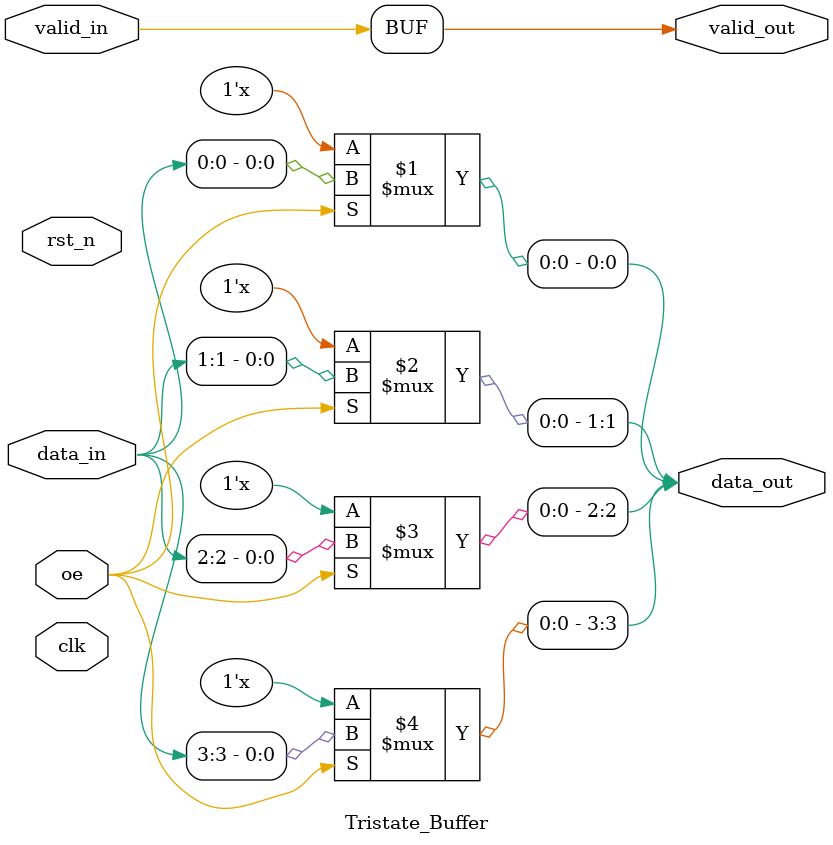
<source format=sv>
module TriState_XNOR #(
    parameter DATA_WIDTH = 4,
    parameter PIPELINE_STAGES = 3  // 配置流水线级数
)(
    input                    clk,       // 时钟信号
    input                    rst_n,     // 复位信号
    input                    oe,        // 输出使能
    input                    valid_in,  // 输入数据有效
    output                   ready_out, // 可接收新数据
    input  [DATA_WIDTH-1:0]  in1, 
    input  [DATA_WIDTH-1:0]  in2,
    output [DATA_WIDTH-1:0]  res,
    output                   valid_out  // 输出数据有效
);
    // 流水线阶段间的数据和控制信号
    wire [DATA_WIDTH-1:0] xnor_result;
    wire valid_stage1, valid_stage2;
    wire [DATA_WIDTH-1:0] xnor_stage1, xnor_stage2;
    
    // 流水线控制逻辑
    assign ready_out = 1'b1; // 此设计始终准备好接收新数据
    
    // 实例化计算模块（带流水线）
    XNOR_Logic #(
        .DATA_WIDTH(DATA_WIDTH),
        .PIPELINE_STAGES(2)  // 使用两级流水线
    ) xnor_logic_inst (
        .clk(clk),
        .rst_n(rst_n),
        .valid_in(valid_in),
        .in1(in1),
        .in2(in2),
        .xnor_out(xnor_result),
        .valid_out(valid_stage2)
    );
    
    // 实例化输出缓冲模块（增加流水线）
    Tristate_Buffer #(
        .DATA_WIDTH(DATA_WIDTH),
        .PULL_TYPE("NONE"),
        .PIPELINE_EN(1)      // 启用流水线
    ) output_buffer_inst (
        .clk(clk),
        .rst_n(rst_n),
        .oe(oe),
        .valid_in(valid_stage2),
        .data_in(xnor_result),
        .data_out(res),
        .valid_out(valid_out)
    );
    
endmodule

// 流水线化XNOR计算模块
module XNOR_Logic #(
    parameter DATA_WIDTH = 4,
    parameter PIPELINE_STAGES = 2  // 配置流水线级数
)(
    input                    clk,       // 时钟输入
    input                    rst_n,     // 复位输入
    input                    valid_in,  // 输入数据有效
    input  [DATA_WIDTH-1:0]  in1, 
    input  [DATA_WIDTH-1:0]  in2,
    output [DATA_WIDTH-1:0]  xnor_out,
    output                   valid_out  // 输出数据有效
);
    // 流水线寄存器声明
    reg [DATA_WIDTH-1:0] stage1_xnor_reg, stage2_xnor_reg;
    reg stage1_valid_reg, stage2_valid_reg;
    
    // 第一级流水线：计算XNOR结果
    always @(posedge clk or negedge rst_n) begin
        if (!rst_n) begin
            stage1_xnor_reg <= {DATA_WIDTH{1'b0}};
            stage1_valid_reg <= 1'b0;
        end else begin
            stage1_xnor_reg <= ~(in1 ^ in2);
            stage1_valid_reg <= valid_in;
        end
    end
    
    // 第二级流水线：传递结果
    always @(posedge clk or negedge rst_n) begin
        if (!rst_n) begin
            stage2_xnor_reg <= {DATA_WIDTH{1'b0}};
            stage2_valid_reg <= 1'b0;
        end else begin
            stage2_xnor_reg <= stage1_xnor_reg;
            stage2_valid_reg <= stage1_valid_reg;
        end
    end
    
    // 最终输出
    assign xnor_out = stage2_xnor_reg;
    assign valid_out = stage2_valid_reg;
endmodule

// 增强的带流水线的三态缓冲模块
module Tristate_Buffer #(
    parameter DATA_WIDTH = 4,
    parameter PULL_TYPE = "NONE",  // 选项: "NONE", "UP", "DOWN"
    parameter PIPELINE_EN = 0      // 启用流水线
)(
    input                    clk,       // 时钟输入（流水线模式使用）
    input                    rst_n,     // 复位输入（流水线模式使用）
    input                    oe,
    input                    valid_in,  // 输入数据有效
    input  [DATA_WIDTH-1:0]  data_in,
    output [DATA_WIDTH-1:0]  data_out,
    output                   valid_out  // 输出数据有效
);
    genvar i;
    
    generate
        if (PIPELINE_EN) begin: PIPELINE_BUFFER
            // 流水线寄存器
            reg [DATA_WIDTH-1:0] data_reg;
            reg oe_reg;
            reg valid_reg;
            
            // 流水线寄存器逻辑
            always @(posedge clk or negedge rst_n) begin
                if (!rst_n) begin
                    data_reg <= {DATA_WIDTH{1'b0}};
                    oe_reg <= 1'b0;
                    valid_reg <= 1'b0;
                end else begin
                    data_reg <= data_in;
                    oe_reg <= oe;
                    valid_reg <= valid_in;
                end
            end
            
            // 三态输出逻辑
            for (i = 0; i < DATA_WIDTH; i = i + 1) begin : BUFFER_GEN
                case (PULL_TYPE)
                    "UP": begin : PULL_UP
                        assign data_out[i] = oe_reg ? data_reg[i] : 1'bz;
                    end
                    
                    "DOWN": begin : PULL_DOWN
                        assign data_out[i] = oe_reg ? data_reg[i] : 1'bz;
                    end
                    
                    default: begin : NO_PULL
                        assign data_out[i] = oe_reg ? data_reg[i] : 1'bz;
                    end
                endcase
            end
            
            // 输出有效信号
            assign valid_out = valid_reg;
            
        end else begin: COMB_BUFFER
            // 不使用流水线的原始三态缓冲逻辑
            for (i = 0; i < DATA_WIDTH; i = i + 1) begin : BUFFER_GEN
                case (PULL_TYPE)
                    "UP": begin : PULL_UP
                        assign data_out[i] = oe ? data_in[i] : 1'bz;
                    end
                    
                    "DOWN": begin : PULL_DOWN
                        assign data_out[i] = oe ? data_in[i] : 1'bz;
                    end
                    
                    default: begin : NO_PULL
                        assign data_out[i] = oe ? data_in[i] : 1'bz;
                    end
                endcase
            end
            
            // 无流水线模式下直接传递有效信号
            assign valid_out = valid_in;
        end
    endgenerate
endmodule
</source>
